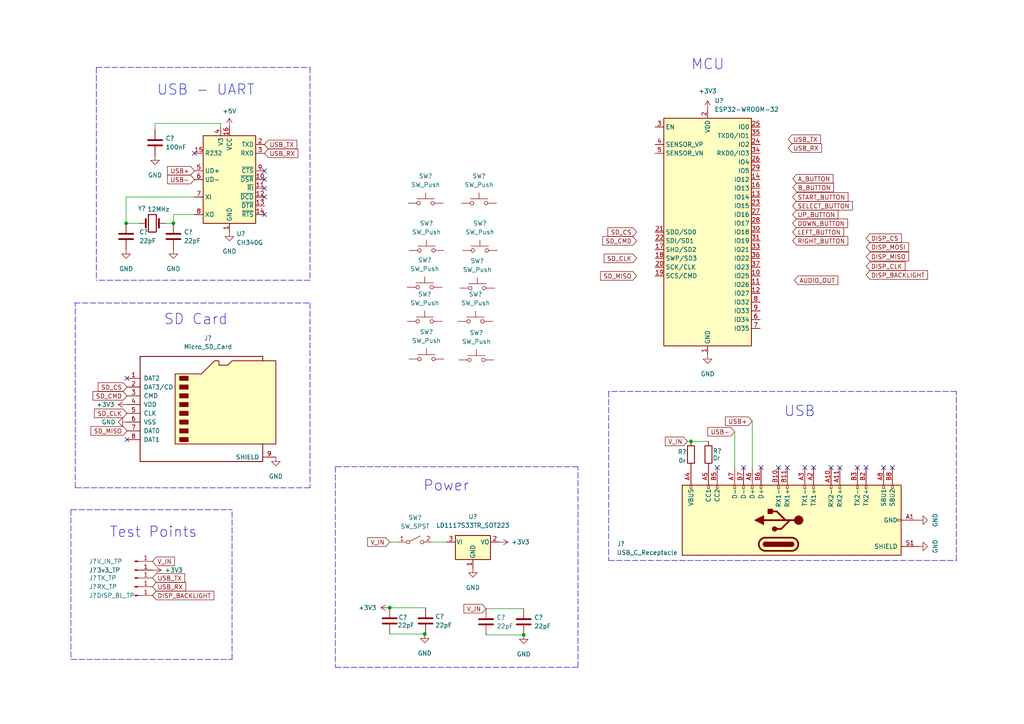
<source format=kicad_sch>
(kicad_sch (version 20211123) (generator eeschema)
  (paper "A4")
  (lib_symbols
    (symbol "Connector:Conn_01x01_Male" (pin_names (offset 1.016) hide)
      (property "Reference" "J" (at 0 2.54 0))
      (property "Value" "Conn_01x01_Male" (at 0 -2.54 0))
      (symbol "Conn_01x01_Male_1_1"
        (polyline (pts (xy 1.27 0) (xy 0.8636 0)) (stroke (width 0.1524)))
        (rectangle (start 0.8636 0.127) (end 0 -0.127) (stroke (width 0.1524)) (fill (type outline)))
        (pin passive line (at 5.08 0 180) (length 3.81) (name "Pin_1") (number "1"))
      )
    )
    (symbol "Connector:Micro_SD_Card" (pin_names (offset 1.016))
      (property "Reference" "J" (at -16.51 15.24 0))
      (property "Value" "Micro_SD_Card" (at 16.51 15.24 0))
      (symbol "Micro_SD_Card_0_1"
        (rectangle (start -7.62 -9.525) (end -5.08 -10.795) (fill (type outline)))
        (rectangle (start -7.62 -6.985) (end -5.08 -8.255) (fill (type outline)))
        (rectangle (start -7.62 -4.445) (end -5.08 -5.715) (fill (type outline)))
        (rectangle (start -7.62 -1.905) (end -5.08 -3.175) (fill (type outline)))
        (rectangle (start -7.62 0.635) (end -5.08 -0.635) (fill (type outline)))
        (rectangle (start -7.62 3.175) (end -5.08 1.905) (fill (type outline)))
        (rectangle (start -7.62 5.715) (end -5.08 4.445) (fill (type outline)))
        (rectangle (start -7.62 8.255) (end -5.08 6.985) (fill (type outline)))
        (polyline (pts (xy 16.51 12.7) (xy 16.51 13.97) (xy -19.05 13.97) (xy -19.05 -16.51) (xy 16.51 -16.51) (xy 16.51 -11.43)) (stroke (width 0.254)))
        (polyline (pts (xy -8.89 -11.43) (xy -8.89 8.89) (xy -1.27 8.89) (xy 2.54 12.7) (xy 3.81 12.7) (xy 3.81 11.43) (xy 6.35 11.43) (xy 7.62 12.7) (xy 20.32 12.7) (xy 20.32 -11.43) (xy -8.89 -11.43)) (stroke (width 0.254)) (fill (type background)))
      )
      (symbol "Micro_SD_Card_1_1"
        (pin bidirectional line (at -22.86 7.62 0) (length 3.81) (name "DAT2") (number "1"))
        (pin bidirectional line (at -22.86 5.08 0) (length 3.81) (name "DAT3/CD") (number "2"))
        (pin input line (at -22.86 2.54 0) (length 3.81) (name "CMD") (number "3"))
        (pin power_in line (at -22.86 0 0) (length 3.81) (name "VDD") (number "4"))
        (pin input line (at -22.86 -2.54 0) (length 3.81) (name "CLK") (number "5"))
        (pin power_in line (at -22.86 -5.08 0) (length 3.81) (name "VSS") (number "6"))
        (pin bidirectional line (at -22.86 -7.62 0) (length 3.81) (name "DAT0") (number "7"))
        (pin bidirectional line (at -22.86 -10.16 0) (length 3.81) (name "DAT1") (number "8"))
        (pin passive line (at 20.32 -15.24 180) (length 3.81) (name "SHIELD") (number "9"))
      )
    )
    (symbol "Connector:USB_C_Receptacle" (pin_names (offset 1.016))
      (property "Reference" "J" (at -10.16 29.21 0))
      (property "Value" "USB_C_Receptacle" (at 10.16 29.21 0))
      (symbol "USB_C_Receptacle_0_0"
        (rectangle (start -0.254 -35.56) (end 0.254 -34.544))
        (rectangle (start 10.16 -32.766) (end 9.144 -33.274))
        (rectangle (start 10.16 -30.226) (end 9.144 -30.734))
        (rectangle (start 10.16 -25.146) (end 9.144 -25.654))
        (rectangle (start 10.16 -22.606) (end 9.144 -23.114))
        (rectangle (start 10.16 -17.526) (end 9.144 -18.034))
        (rectangle (start 10.16 -14.986) (end 9.144 -15.494))
        (rectangle (start 10.16 -9.906) (end 9.144 -10.414))
        (rectangle (start 10.16 -7.366) (end 9.144 -7.874))
        (rectangle (start 10.16 -2.286) (end 9.144 -2.794))
        (rectangle (start 10.16 0.254) (end 9.144 -0.254))
        (rectangle (start 10.16 5.334) (end 9.144 4.826))
        (rectangle (start 10.16 7.874) (end 9.144 7.366))
        (rectangle (start 10.16 10.414) (end 9.144 9.906))
        (rectangle (start 10.16 12.954) (end 9.144 12.446))
        (rectangle (start 10.16 18.034) (end 9.144 17.526))
        (rectangle (start 10.16 20.574) (end 9.144 20.066))
        (rectangle (start 10.16 25.654) (end 9.144 25.146))
      )
      (symbol "USB_C_Receptacle_0_1"
        (rectangle (start -10.16 27.94) (end 10.16 -35.56) (stroke (width 0.254)) (fill (type background)))
        (arc (start -8.89 -3.81) (mid -6.985 -5.715) (end -5.08 -3.81) (stroke (width 0.508)))
        (arc (start -7.62 -3.81) (mid -6.985 -4.445) (end -6.35 -3.81) (stroke (width 0.254)))
        (arc (start -7.62 -3.81) (mid -6.985 -4.445) (end -6.35 -3.81) (stroke (width 0.254)) (fill (type outline)))
        (rectangle (start -7.62 -3.81) (end -6.35 3.81) (stroke (width 0.254)) (fill (type outline)))
        (arc (start -6.35 3.81) (mid -6.985 4.445) (end -7.62 3.81) (stroke (width 0.254)))
        (arc (start -6.35 3.81) (mid -6.985 4.445) (end -7.62 3.81) (stroke (width 0.254)) (fill (type outline)))
        (arc (start -5.08 3.81) (mid -6.985 5.715) (end -8.89 3.81) (stroke (width 0.508)))
        (polyline (pts (xy -8.89 -3.81) (xy -8.89 3.81)) (stroke (width 0.508)))
        (polyline (pts (xy -5.08 3.81) (xy -5.08 -3.81)) (stroke (width 0.508)))
      )
      (symbol "USB_C_Receptacle_1_1"
        (circle (center -2.54 1.143) (radius 0.635) (stroke (width 0.254)) (fill (type outline)))
        (circle (center 0 -5.842) (radius 1.27) (fill (type outline)))
        (polyline (pts (xy 0 -5.842) (xy 0 4.318)) (stroke (width 0.508)))
        (polyline (pts (xy 0 -3.302) (xy -2.54 -0.762) (xy -2.54 0.508)) (stroke (width 0.508)))
        (polyline (pts (xy 0 -2.032) (xy 2.54 0.508) (xy 2.54 1.778)) (stroke (width 0.508)))
        (polyline (pts (xy -1.27 4.318) (xy 0 6.858) (xy 1.27 4.318) (xy -1.27 4.318)) (stroke (width 0.254)) (fill (type outline)))
        (rectangle (start 1.905 1.778) (end 3.175 3.048) (stroke (width 0.254)) (fill (type outline)))
        (pin passive line (at 0 -40.64 90) (length 5.08) (name "GND") (number "A1"))
        (pin bidirectional line (at 15.24 -15.24 180) (length 5.08) (name "RX2-") (number "A10"))
        (pin bidirectional line (at 15.24 -17.78 180) (length 5.08) (name "RX2+") (number "A11"))
        (pin passive line (at 0 -40.64 90) (length 5.08) hide (name "GND") (number "A12"))
        (pin bidirectional line (at 15.24 -10.16 180) (length 5.08) (name "TX1+") (number "A2"))
        (pin bidirectional line (at 15.24 -7.62 180) (length 5.08) (name "TX1-") (number "A3"))
        (pin passive line (at 15.24 25.4 180) (length 5.08) (name "VBUS") (number "A4"))
        (pin bidirectional line (at 15.24 20.32 180) (length 5.08) (name "CC1") (number "A5"))
        (pin bidirectional line (at 15.24 7.62 180) (length 5.08) (name "D+") (number "A6"))
        (pin bidirectional line (at 15.24 12.7 180) (length 5.08) (name "D-") (number "A7"))
        (pin bidirectional line (at 15.24 -30.48 180) (length 5.08) (name "SBU1") (number "A8"))
        (pin passive line (at 15.24 25.4 180) (length 5.08) hide (name "VBUS") (number "A9"))
        (pin passive line (at 0 -40.64 90) (length 5.08) hide (name "GND") (number "B1"))
        (pin bidirectional line (at 15.24 0 180) (length 5.08) (name "RX1-") (number "B10"))
        (pin bidirectional line (at 15.24 -2.54 180) (length 5.08) (name "RX1+") (number "B11"))
        (pin passive line (at 0 -40.64 90) (length 5.08) hide (name "GND") (number "B12"))
        (pin bidirectional line (at 15.24 -25.4 180) (length 5.08) (name "TX2+") (number "B2"))
        (pin bidirectional line (at 15.24 -22.86 180) (length 5.08) (name "TX2-") (number "B3"))
        (pin passive line (at 15.24 25.4 180) (length 5.08) hide (name "VBUS") (number "B4"))
        (pin bidirectional line (at 15.24 17.78 180) (length 5.08) (name "CC2") (number "B5"))
        (pin bidirectional line (at 15.24 5.08 180) (length 5.08) (name "D+") (number "B6"))
        (pin bidirectional line (at 15.24 10.16 180) (length 5.08) (name "D-") (number "B7"))
        (pin bidirectional line (at 15.24 -33.02 180) (length 5.08) (name "SBU2") (number "B8"))
        (pin passive line (at 15.24 25.4 180) (length 5.08) hide (name "VBUS") (number "B9"))
        (pin passive line (at -7.62 -40.64 90) (length 5.08) (name "SHIELD") (number "S1"))
      )
    )
    (symbol "Device:C" (pin_numbers hide) (pin_names (offset 0.254))
      (property "Reference" "C" (at 0.635 2.54 0))
      (property "Value" "C" (at 0.635 -2.54 0))
      (symbol "C_0_1"
        (polyline (pts (xy -2.032 -0.762) (xy 2.032 -0.762)) (stroke (width 0.508)))
        (polyline (pts (xy -2.032 0.762) (xy 2.032 0.762)) (stroke (width 0.508)))
      )
      (symbol "C_1_1"
        (pin passive line (at 0 3.81 270) (length 2.794) (name "~") (number "1"))
        (pin passive line (at 0 -3.81 90) (length 2.794) (name "~") (number "2"))
      )
    )
    (symbol "Device:Crystal" (pin_numbers hide) (pin_names (offset 1.016) hide)
      (property "Reference" "Y" (at 0 3.81 0))
      (property "Value" "Crystal" (at 0 -3.81 0))
      (symbol "Crystal_0_1"
        (rectangle (start -1.143 2.54) (end 1.143 -2.54) (stroke (width 0.3048)))
        (polyline (pts (xy -2.54 0) (xy -1.905 0)))
        (polyline (pts (xy -1.905 -1.27) (xy -1.905 1.27)) (stroke (width 0.508)))
        (polyline (pts (xy 1.905 -1.27) (xy 1.905 1.27)) (stroke (width 0.508)))
        (polyline (pts (xy 2.54 0) (xy 1.905 0)))
      )
      (symbol "Crystal_1_1"
        (pin passive line (at -3.81 0 0) (length 1.27) (name "1") (number "1"))
        (pin passive line (at 3.81 0 180) (length 1.27) (name "2") (number "2"))
      )
    )
    (symbol "Device:R" (pin_numbers hide) (pin_names (offset 0))
      (property "Reference" "R" (at 2.032 0 90))
      (property "Value" "R" (at 0 0 90))
      (symbol "R_0_1"
        (rectangle (start -1.016 -2.54) (end 1.016 2.54) (stroke (width 0.254)))
      )
      (symbol "R_1_1"
        (pin passive line (at 0 3.81 270) (length 1.27) (name "~") (number "1"))
        (pin passive line (at 0 -3.81 90) (length 1.27) (name "~") (number "2"))
      )
    )
    (symbol "Interface_USB:CH340G"
      (property "Reference" "U" (at -5.08 13.97 0))
      (property "Value" "CH340G" (at 1.27 13.97 0))
      (symbol "CH340G_0_1"
        (rectangle (start -7.62 12.7) (end 7.62 -12.7) (stroke (width 0.254)) (fill (type background)))
      )
      (symbol "CH340G_1_1"
        (pin power_in line (at 0 -15.24 90) (length 2.54) (name "GND") (number "1"))
        (pin input line (at 10.16 0 180) (length 2.54) (name "~{DSR}") (number "10"))
        (pin input line (at 10.16 -2.54 180) (length 2.54) (name "~{RI}") (number "11"))
        (pin input line (at 10.16 -5.08 180) (length 2.54) (name "~{DCD}") (number "12"))
        (pin output line (at 10.16 -7.62 180) (length 2.54) (name "~{DTR}") (number "13"))
        (pin output line (at 10.16 -10.16 180) (length 2.54) (name "~{RTS}") (number "14"))
        (pin input line (at -10.16 7.62 0) (length 2.54) (name "R232") (number "15"))
        (pin power_in line (at 0 15.24 270) (length 2.54) (name "VCC") (number "16"))
        (pin output line (at 10.16 10.16 180) (length 2.54) (name "TXD") (number "2"))
        (pin input line (at 10.16 7.62 180) (length 2.54) (name "RXD") (number "3"))
        (pin passive line (at -2.54 15.24 270) (length 2.54) (name "V3") (number "4"))
        (pin bidirectional line (at -10.16 2.54 0) (length 2.54) (name "UD+") (number "5"))
        (pin bidirectional line (at -10.16 0 0) (length 2.54) (name "UD-") (number "6"))
        (pin input line (at -10.16 -5.08 0) (length 2.54) (name "XI") (number "7"))
        (pin output line (at -10.16 -10.16 0) (length 2.54) (name "XO") (number "8"))
        (pin input line (at 10.16 2.54 180) (length 2.54) (name "~{CTS}") (number "9"))
      )
    )
    (symbol "RF_Module:ESP32-WROOM-32"
      (property "Reference" "U" (at -12.7 34.29 0))
      (property "Value" "ESP32-WROOM-32" (at 1.27 34.29 0))
      (symbol "ESP32-WROOM-32_0_1"
        (rectangle (start -12.7 33.02) (end 12.7 -33.02) (stroke (width 0.254)) (fill (type background)))
      )
      (symbol "ESP32-WROOM-32_1_1"
        (pin power_in line (at 0 -35.56 90) (length 2.54) (name "GND") (number "1"))
        (pin bidirectional line (at 15.24 -12.7 180) (length 2.54) (name "IO25") (number "10"))
        (pin bidirectional line (at 15.24 -15.24 180) (length 2.54) (name "IO26") (number "11"))
        (pin bidirectional line (at 15.24 -17.78 180) (length 2.54) (name "IO27") (number "12"))
        (pin bidirectional line (at 15.24 10.16 180) (length 2.54) (name "IO14") (number "13"))
        (pin bidirectional line (at 15.24 15.24 180) (length 2.54) (name "IO12") (number "14"))
        (pin passive line (at 0 -35.56 90) (length 2.54) hide (name "GND") (number "15"))
        (pin bidirectional line (at 15.24 12.7 180) (length 2.54) (name "IO13") (number "16"))
        (pin bidirectional line (at -15.24 -5.08 0) (length 2.54) (name "SHD/SD2") (number "17"))
        (pin bidirectional line (at -15.24 -7.62 0) (length 2.54) (name "SWP/SD3") (number "18"))
        (pin bidirectional line (at -15.24 -12.7 0) (length 2.54) (name "SCS/CMD") (number "19"))
        (pin power_in line (at 0 35.56 270) (length 2.54) (name "VDD") (number "2"))
        (pin bidirectional line (at -15.24 -10.16 0) (length 2.54) (name "SCK/CLK") (number "20"))
        (pin bidirectional line (at -15.24 0 0) (length 2.54) (name "SDO/SD0") (number "21"))
        (pin bidirectional line (at -15.24 -2.54 0) (length 2.54) (name "SDI/SD1") (number "22"))
        (pin bidirectional line (at 15.24 7.62 180) (length 2.54) (name "IO15") (number "23"))
        (pin bidirectional line (at 15.24 25.4 180) (length 2.54) (name "IO2") (number "24"))
        (pin bidirectional line (at 15.24 30.48 180) (length 2.54) (name "IO0") (number "25"))
        (pin bidirectional line (at 15.24 20.32 180) (length 2.54) (name "IO4") (number "26"))
        (pin bidirectional line (at 15.24 5.08 180) (length 2.54) (name "IO16") (number "27"))
        (pin bidirectional line (at 15.24 2.54 180) (length 2.54) (name "IO17") (number "28"))
        (pin bidirectional line (at 15.24 17.78 180) (length 2.54) (name "IO5") (number "29"))
        (pin input line (at -15.24 30.48 0) (length 2.54) (name "EN") (number "3"))
        (pin bidirectional line (at 15.24 0 180) (length 2.54) (name "IO18") (number "30"))
        (pin bidirectional line (at 15.24 -2.54 180) (length 2.54) (name "IO19") (number "31"))
        (pin no_connect line (at -12.7 -27.94 0) (length 2.54) hide (name "NC") (number "32"))
        (pin bidirectional line (at 15.24 -5.08 180) (length 2.54) (name "IO21") (number "33"))
        (pin bidirectional line (at 15.24 22.86 180) (length 2.54) (name "RXD0/IO3") (number "34"))
        (pin bidirectional line (at 15.24 27.94 180) (length 2.54) (name "TXD0/IO1") (number "35"))
        (pin bidirectional line (at 15.24 -7.62 180) (length 2.54) (name "IO22") (number "36"))
        (pin bidirectional line (at 15.24 -10.16 180) (length 2.54) (name "IO23") (number "37"))
        (pin passive line (at 0 -35.56 90) (length 2.54) hide (name "GND") (number "38"))
        (pin passive line (at 0 -35.56 90) (length 2.54) hide (name "GND") (number "39"))
        (pin input line (at -15.24 25.4 0) (length 2.54) (name "SENSOR_VP") (number "4"))
        (pin input line (at -15.24 22.86 0) (length 2.54) (name "SENSOR_VN") (number "5"))
        (pin input line (at 15.24 -25.4 180) (length 2.54) (name "IO34") (number "6"))
        (pin input line (at 15.24 -27.94 180) (length 2.54) (name "IO35") (number "7"))
        (pin bidirectional line (at 15.24 -20.32 180) (length 2.54) (name "IO32") (number "8"))
        (pin bidirectional line (at 15.24 -22.86 180) (length 2.54) (name "IO33") (number "9"))
      )
    )
    (symbol "Regulator_Linear:LD1117S33TR_SOT223" (pin_names (offset 0.254))
      (property "Reference" "U" (at -3.81 3.175 0))
      (property "Value" "LD1117S33TR_SOT223" (at 0 3.175 0))
      (symbol "LD1117S33TR_SOT223_0_1"
        (rectangle (start -5.08 -5.08) (end 5.08 1.905) (stroke (width 0.254)) (fill (type background)))
      )
      (symbol "LD1117S33TR_SOT223_1_1"
        (pin power_in line (at 0 -7.62 90) (length 2.54) (name "GND") (number "1"))
        (pin power_out line (at 7.62 0 180) (length 2.54) (name "VO") (number "2"))
        (pin power_in line (at -7.62 0 0) (length 2.54) (name "VI") (number "3"))
      )
    )
    (symbol "Switch:SW_Push" (pin_numbers hide) (pin_names (offset 1.016) hide)
      (property "Reference" "SW" (at 1.27 2.54 0))
      (property "Value" "SW_Push" (at 0 -1.524 0))
      (symbol "SW_Push_0_1"
        (circle (center -2.032 0) (radius 0.508))
        (polyline (pts (xy 0 1.27) (xy 0 3.048)))
        (polyline (pts (xy 2.54 1.27) (xy -2.54 1.27)))
        (circle (center 2.032 0) (radius 0.508))
        (pin passive line (at -5.08 0 0) (length 2.54) (name "1") (number "1"))
        (pin passive line (at 5.08 0 180) (length 2.54) (name "2") (number "2"))
      )
    )
    (symbol "Switch:SW_SPST" (pin_names (offset 0) hide)
      (property "Reference" "SW" (at 0 3.175 0))
      (property "Value" "SW_SPST" (at 0 -2.54 0))
      (symbol "SW_SPST_0_0"
        (circle (center -2.032 0) (radius 0.508))
        (polyline (pts (xy -1.524 0.254) (xy 1.524 1.778)))
        (circle (center 2.032 0) (radius 0.508))
      )
      (symbol "SW_SPST_1_1"
        (pin passive line (at -5.08 0 0) (length 2.54) (name "A") (number "1"))
        (pin passive line (at 5.08 0 180) (length 2.54) (name "B") (number "2"))
      )
    )
    (symbol "power:+3.3V" (power) (pin_names (offset 0))
      (property "Value" "+3.3V" (at 0 3.556 0))
      (symbol "+3.3V_0_1"
        (polyline (pts (xy -0.762 1.27) (xy 0 2.54)))
        (polyline (pts (xy 0 0) (xy 0 2.54)))
        (polyline (pts (xy 0 2.54) (xy 0.762 1.27)))
      )
      (symbol "+3.3V_1_1"
        (pin power_in line (at 0 0 90) (length 0) hide (name "+3V3") (number "1"))
      )
    )
    (symbol "power:+5V" (power) (pin_names (offset 0))
      (property "Value" "+5V" (at 0 3.556 0))
      (symbol "+5V_0_1"
        (polyline (pts (xy -0.762 1.27) (xy 0 2.54)))
        (polyline (pts (xy 0 0) (xy 0 2.54)))
        (polyline (pts (xy 0 2.54) (xy 0.762 1.27)))
      )
      (symbol "+5V_1_1"
        (pin power_in line (at 0 0 90) (length 0) hide (name "+5V") (number "1"))
      )
    )
    (symbol "power:GND" (power) (pin_names (offset 0))
      (property "Value" "GND" (at 0 -3.81 0))
      (symbol "GND_0_1"
        (polyline (pts (xy 0 0) (xy 0 -1.27) (xy 1.27 -1.27) (xy 0 -2.54) (xy -1.27 -1.27) (xy 0 -1.27)))
      )
      (symbol "GND_1_1"
        (pin power_in line (at 0 0 270) (length 0) hide (name "GND") (number "1"))
      )
    )
  )
  (junction (at 36.576 64.77))
  (junction (at 50.292 64.77))
  (junction (at 151.892 184.15))
  (junction (at 200.406 128.016))
  (junction (at 123.19 183.896))
  (junction (at 113.03 176.276))
  (no_connect (at 258.826 135.636))
  (no_connect (at 256.286 135.636))
  (no_connect (at 76.708 49.53))
  (no_connect (at 76.708 52.07))
  (no_connect (at 76.708 62.23))
  (no_connect (at 76.708 57.15))
  (no_connect (at 76.708 54.61))
  (no_connect (at 251.206 135.636))
  (no_connect (at 248.666 135.636))
  (no_connect (at 243.586 135.636))
  (no_connect (at 241.046 135.636))
  (no_connect (at 235.966 135.636))
  (no_connect (at 233.426 135.636))
  (no_connect (at 228.346 135.636))
  (no_connect (at 225.806 135.636))
  (no_connect (at 56.388 44.45))
  (no_connect (at 215.646 135.636))
  (no_connect (at 220.726 135.636))
  (no_connect (at 36.83 127.508))
  (no_connect (at 36.83 109.728))
  (no_connect (at 208.026 135.636))
  (polyline (pts (xy 21.844 141.478) (xy 21.844 87.884)))
  (polyline (pts (xy 20.574 191.262) (xy 67.31 191.262)))
  (polyline (pts (xy 277.368 162.56) (xy 277.368 113.538)))
  (wire (pts (xy 199.39 128.016) (xy 200.406 128.016)))
  (wire (pts (xy 140.97 176.53) (xy 151.892 176.53)))
  (wire (pts (xy 218.186 122.174) (xy 218.186 135.636)))
  (wire (pts (xy 213.106 135.636) (xy 213.106 125.222)))
  (wire (pts (xy 44.958 35.814) (xy 64.008 35.814)))
  (polyline (pts (xy 277.368 113.538) (xy 176.53 113.538)))
  (wire (pts (xy 36.576 64.77) (xy 36.576 57.15)))
  (wire (pts (xy 113.03 183.896) (xy 123.19 183.896)))
  (wire (pts (xy 125.476 157.226) (xy 129.54 157.226)))
  (polyline (pts (xy 97.282 135.382) (xy 97.282 193.548)))
  (wire (pts (xy 36.576 64.77) (xy 40.386 64.77)))
  (wire (pts (xy 50.292 64.77) (xy 50.292 62.23)))
  (polyline (pts (xy 89.916 81.28) (xy 27.94 81.28)))
  (wire (pts (xy 64.008 35.814) (xy 64.008 36.83)))
  (polyline (pts (xy 27.94 19.558) (xy 89.916 19.558)))
  (polyline (pts (xy 89.916 19.558) (xy 89.916 81.28)))
  (wire (pts (xy 123.19 183.896) (xy 123.444 183.896)))
  (wire (pts (xy 50.292 62.23) (xy 56.388 62.23)))
  (polyline (pts (xy 97.282 193.548) (xy 167.64 193.548)))
  (polyline (pts (xy 20.574 147.828) (xy 67.31 147.828)))
  (polyline (pts (xy 20.574 147.828) (xy 20.574 191.262)))
  (polyline (pts (xy 176.53 113.538) (xy 176.53 162.56)))
  (polyline (pts (xy 89.916 87.884) (xy 89.916 141.478)))
  (polyline (pts (xy 167.64 135.382) (xy 97.282 135.382)))
  (wire (pts (xy 44.958 37.592) (xy 44.958 35.814)))
  (wire (pts (xy 48.006 64.77) (xy 50.292 64.77)))
  (polyline (pts (xy 21.59 87.884) (xy 89.916 87.884)))
  (polyline (pts (xy 167.64 193.548) (xy 167.64 135.382)))
  (wire (pts (xy 113.03 157.226) (xy 115.316 157.226)))
  (wire (pts (xy 200.406 128.016) (xy 205.486 128.016)))
  (polyline (pts (xy 67.31 191.262) (xy 67.31 147.828)))
  (wire (pts (xy 140.97 184.15) (xy 151.892 184.15)))
  (wire (pts (xy 113.03 176.276) (xy 123.444 176.276)))
  (polyline (pts (xy 89.916 141.478) (xy 21.844 141.478)))
  (wire (pts (xy 36.576 57.15) (xy 56.388 57.15)))
  (polyline (pts (xy 27.94 19.558) (xy 27.94 81.28)))
  (polyline (pts (xy 176.53 162.56) (xy 277.368 162.56)))
  (text "USB" (at 227.33 121.158 0) (effects (font (size 3 3)) (justify left bottom)))
  (text "Test Points\n" (at 31.75 156.21 0) (effects (font (size 3 3)) (justify left bottom)))
  (text "SD Card" (at 47.498 94.488 0) (effects (font (size 3 3)) (justify left bottom)))
  (text "USB - UART" (at 45.466 27.94 0) (effects (font (size 3 3)) (justify left bottom)))
  (text "Power" (at 122.682 142.748 0) (effects (font (size 3 3)) (justify left bottom)))
  (text "MCU" (at 200.406 20.574 0) (effects (font (size 3 3)) (justify left bottom)))
  (global_label "DISP_MOSI" (shape input) (at 251.206 71.628 0) (property "Intersheet References" "${INTERSHEET_REFS}" (effects hide)))
  (global_label "START_BUTTON" (shape input) (at 229.87 57.15 0) (property "Intersheet References" "${INTERSHEET_REFS}" (effects hide)))
  (global_label "DOWN_BUTTON" (shape input) (at 229.87 64.77 0) (property "Intersheet References" "${INTERSHEET_REFS}" (effects hide)))
  (global_label "SELECT_BUTTON" (shape input) (at 229.87 59.69 0) (property "Intersheet References" "${INTERSHEET_REFS}" (effects hide)))
  (global_label "SD_CLK" (shape input) (at 36.83 119.888 180) (property "Intersheet References" "${INTERSHEET_REFS}" (effects hide)))
  (global_label "B_BUTTON" (shape input) (at 229.9259 54.3818 0) (property "Intersheet References" "${INTERSHEET_REFS}" (effects hide)))
  (global_label "SD_MISO" (shape input) (at 184.658 80.01 180) (property "Intersheet References" "${INTERSHEET_REFS}" (effects hide)))
  (global_label "SD_CS" (shape input) (at 184.658 67.31 180) (property "Intersheet References" "${INTERSHEET_REFS}" (effects hide)))
  (global_label "SD_CMD" (shape input) (at 36.83 114.808 180) (property "Intersheet References" "${INTERSHEET_REFS}" (effects hide)))
  (global_label "UP_BUTTON" (shape input) (at 229.87 62.23 0) (property "Intersheet References" "${INTERSHEET_REFS}" (effects hide)))
  (global_label "DISP_CLK" (shape input) (at 251.206 77.216 0) (property "Intersheet References" "${INTERSHEET_REFS}" (effects hide)))
  (global_label "AUDIO_OUT" (shape input) (at 230.378 81.28 0) (property "Intersheet References" "${INTERSHEET_REFS}" (effects hide)))
  (global_label "USB-" (shape input) (at 213.106 125.222 180) (property "Intersheet References" "${INTERSHEET_REFS}" (effects hide)))
  (global_label "V_IN" (shape input) (at 199.39 128.016 180) (property "Intersheet References" "${INTERSHEET_REFS}" (effects hide)))
  (global_label "RIGHT_BUTTON" (shape input) (at 229.87 69.85 0) (property "Intersheet References" "${INTERSHEET_REFS}" (effects hide)))
  (global_label "USB+" (shape input) (at 218.186 122.174 180) (property "Intersheet References" "${INTERSHEET_REFS}" (effects hide)))
  (global_label "USB_RX" (shape input) (at 228.6 42.926 0) (property "Intersheet References" "${INTERSHEET_REFS}" (effects hide)))
  (global_label "USB_TX" (shape input) (at 44.196 167.64 0) (property "Intersheet References" "${INTERSHEET_REFS}" (effects hide)))
  (global_label "V_IN" (shape input) (at 44.196 162.814 0) (property "Intersheet References" "${INTERSHEET_REFS}" (effects hide)))
  (global_label "SD_CS" (shape input) (at 36.83 112.268 180) (property "Intersheet References" "${INTERSHEET_REFS}" (effects hide)))
  (global_label "LEFT_BUTTON" (shape input) (at 229.87 67.31 0) (property "Intersheet References" "${INTERSHEET_REFS}" (effects hide)))
  (global_label "DISP_MISO" (shape input) (at 251.206 74.422 0) (property "Intersheet References" "${INTERSHEET_REFS}" (effects hide)))
  (global_label "USB_TX" (shape input) (at 76.708 41.91 0) (property "Intersheet References" "${INTERSHEET_REFS}" (effects hide)))
  (global_label "USB_TX" (shape input) (at 228.6 40.386 0) (property "Intersheet References" "${INTERSHEET_REFS}" (effects hide)))
  (global_label "SD_MISO" (shape input) (at 36.83 124.968 180) (property "Intersheet References" "${INTERSHEET_REFS}" (effects hide)))
  (global_label "USB_RX" (shape input) (at 76.708 44.45 0) (property "Intersheet References" "${INTERSHEET_REFS}" (effects hide)))
  (global_label "SD_CMD" (shape input) (at 184.658 69.85 180) (property "Intersheet References" "${INTERSHEET_REFS}" (effects hide)))
  (global_label "V_IN" (shape input) (at 113.03 157.226 180) (property "Intersheet References" "${INTERSHEET_REFS}" (effects hide)))
  (global_label "USB+" (shape input) (at 56.388 49.53 180) (property "Intersheet References" "${INTERSHEET_REFS}" (effects hide)))
  (global_label "SD_CLK" (shape input) (at 184.658 74.93 180) (property "Intersheet References" "${INTERSHEET_REFS}" (effects hide)))
  (global_label "DISP_BACKLIGHT" (shape input) (at 44.196 172.72 0) (property "Intersheet References" "${INTERSHEET_REFS}" (effects hide)))
  (global_label "V_IN" (shape input) (at 140.97 176.53 180) (property "Intersheet References" "${INTERSHEET_REFS}" (effects hide)))
  (global_label "USB_RX" (shape input) (at 44.196 170.18 0) (property "Intersheet References" "${INTERSHEET_REFS}" (effects hide)))
  (global_label "DISP_BACKLIGHT" (shape input) (at 251.206 79.756 0) (property "Intersheet References" "${INTERSHEET_REFS}" (effects hide)))
  (global_label "DISP_CS" (shape input) (at 251.206 69.088 0) (property "Intersheet References" "${INTERSHEET_REFS}" (effects hide)))
  (global_label "USB-" (shape input) (at 56.388 52.07 180) (property "Intersheet References" "${INTERSHEET_REFS}" (effects hide)))
  (global_label "A_BUTTON" (shape input) (at 229.9259 51.8418 0) (property "Intersheet References" "${INTERSHEET_REFS}" (effects hide)))
  (symbol (lib_id "power:GND") (at 137.16 164.846 0) (unit 1)
    (property "Reference" "#PWR?" (effects hide))
    (property "Value" "GND" (at 137.16 170.434 0))
  )
  (symbol (lib_id "power:GND") (at 66.548 67.31 0) (unit 1)
    (property "Reference" "#PWR?" (effects hide))
    (property "Value" "GND" (at 66.548 72.898 0))
  )
  (symbol (lib_id "power:GND") (at 123.19 183.896 0) (unit 1)
    (property "Reference" "#PWR?" (effects hide))
    (property "Value" "GND" (at 123.19 189.484 0))
  )
  (symbol (lib_id "Device:R") (at 205.486 131.826 180) (unit 1)
    (property "Reference" "R?" (at 208.026 130.81 0))
    (property "Value" "0r" (at 207.772 132.842 0))
  )
  (symbol (lib_id "power:+3.3V") (at 36.83 117.348 90) (unit 1)
    (property "Reference" "#PWR?" (effects hide))
    (property "Value" "+3.3V" (at 27.94 117.348 90) (effects (justify right)))
  )
  (symbol (lib_id "Connector:USB_C_Receptacle") (at 225.806 150.876 90) (unit 1)
    (property "Reference" "J?" (at 180.086 157.734 90))
    (property "Value" "USB_C_Receptacle" (at 187.706 160.274 90))
    (property "Footprint" "Connector_USB:USB_C_Receptacle_Amphenol_12401548E4-2A" (effects hide))
    (property "Datasheet" "https://www.usb.org/sites/default/files/documents/usb_type-c.zip" (effects hide))
  )
  (symbol (lib_id "Device:C") (at 113.03 180.086 0) (unit 1)
    (property "Reference" "C?" (at 115.57 179.07 0) (effects (justify left)))
    (property "Value" "22pF" (at 115.316 181.356 0) (effects (justify left)))
  )
  (symbol (lib_id "Switch:SW_Push") (at 138.176 104.394 0) (unit 1)
    (property "Reference" "SW?" (at 138.176 96.52 0))
    (property "Value" "SW_Push" (at 138.176 99.06 0))
  )
  (symbol (lib_id "power:+3.3V") (at 113.03 176.276 90) (unit 1)
    (property "Reference" "#PWR?" (effects hide))
    (property "Value" "+3.3V" (at 109.22 176.2759 90) (effects (justify left)))
  )
  (symbol (lib_id "Device:R") (at 200.406 131.826 180) (unit 1)
    (property "Reference" "R?" (at 197.866 131.064 0))
    (property "Value" "0r" (at 197.866 133.604 0))
  )
  (symbol (lib_id "power:GND") (at 266.446 158.496 90) (unit 1)
    (property "Reference" "#PWR?" (effects hide))
    (property "Value" "GND" (at 271.272 158.496 0))
  )
  (symbol (lib_id "Connector:Micro_SD_Card") (at 59.69 117.348 0) (unit 1)
    (property "Reference" "J?" (at 60.325 98.044 0))
    (property "Value" "Micro_SD_Card" (at 60.325 100.584 0))
    (property "Footprint" "Connector_Card:microSD_HC_Wuerth_693072010801" (effects hide))
    (property "Datasheet" "http://katalog.we-online.de/em/datasheet/693072010801.pdf" (effects hide))
  )
  (symbol (lib_id "Switch:SW_Push") (at 138.43 83.566 0) (unit 1)
    (property "Reference" "SW?" (at 138.43 75.692 0))
    (property "Value" "SW_Push" (at 138.43 78.232 0))
  )
  (symbol (lib_id "power:GND") (at 80.01 132.588 0) (unit 1)
    (property "Reference" "#PWR?" (effects hide))
    (property "Value" "GND" (at 80.01 138.176 0))
  )
  (symbol (lib_id "Switch:SW_Push") (at 138.938 58.928 0) (unit 1)
    (property "Reference" "SW?" (at 138.938 51.054 0))
    (property "Value" "SW_Push" (at 138.938 53.594 0))
  )
  (symbol (lib_id "Device:C") (at 36.576 68.58 0) (unit 1)
    (property "Reference" "C?" (at 40.386 67.3099 0) (effects (justify left)))
    (property "Value" "22pF" (at 40.386 69.8499 0) (effects (justify left)))
  )
  (symbol (lib_id "Device:Crystal") (at 44.196 64.77 0) (unit 1)
    (property "Reference" "Y?" (at 41.148 60.452 0))
    (property "Value" "12MHz" (at 45.974 60.706 0))
  )
  (symbol (lib_id "power:GND") (at 266.446 150.876 90) (unit 1)
    (property "Reference" "#PWR?" (effects hide))
    (property "Value" "GND" (at 271.272 150.876 0))
  )
  (symbol (lib_id "RF_Module:ESP32-WROOM-32") (at 205.232 67.31 0) (unit 1)
    (property "Reference" "U?" (at 207.2514 29.21 0) (effects (justify left)))
    (property "Value" "ESP32-WROOM-32" (at 207.2514 31.75 0) (effects (justify left)))
    (property "Footprint" "RF_Module:ESP32-WROOM-32" (effects hide))
    (property "Datasheet" "https://www.espressif.com/sites/default/files/documentation/esp32-wroom-32_datasheet_en.pdf" (effects hide))
  )
  (symbol (lib_id "Switch:SW_Push") (at 123.444 58.928 0) (unit 1)
    (property "Reference" "SW?" (at 123.444 51.054 0))
    (property "Value" "SW_Push" (at 123.444 53.594 0))
  )
  (symbol (lib_id "Device:C") (at 151.892 180.34 0) (unit 1)
    (property "Reference" "C?" (at 154.94 179.07 0) (effects (justify left)))
    (property "Value" "22pF" (at 154.94 181.61 0) (effects (justify left)))
  )
  (symbol (lib_id "Switch:SW_Push") (at 139.192 72.644 0) (unit 1)
    (property "Reference" "SW?" (at 139.192 64.77 0))
    (property "Value" "SW_Push" (at 139.192 67.31 0))
  )
  (symbol (lib_id "power:+3.3V") (at 44.196 165.354 270) (unit 1)
    (property "Reference" "#PWR?" (effects hide))
    (property "Value" "+3.3V" (at 47.752 165.3539 90) (effects (justify left)))
  )
  (symbol (lib_id "Device:C") (at 123.444 180.086 0) (unit 1)
    (property "Reference" "C?" (at 126.238 178.816 0) (effects (justify left)))
    (property "Value" "22pF" (at 126.238 181.356 0) (effects (justify left)))
  )
  (symbol (lib_id "Device:C") (at 140.97 180.34 0) (unit 1)
    (property "Reference" "C?" (at 144.018 179.07 0) (effects (justify left)))
    (property "Value" "22pF" (at 144.018 181.61 0) (effects (justify left)))
  )
  (symbol (lib_id "Connector:Conn_01x01_Male") (at 39.116 162.814 0) (unit 1)
    (property "Reference" "J?" (at 26.924 162.814 0))
    (property "Value" "V_IN_TP" (at 31.75 162.814 0))
  )
  (symbol (lib_id "Switch:SW_SPST") (at 120.396 157.226 0) (unit 1)
    (property "Reference" "SW?" (at 120.396 150.114 0))
    (property "Value" "SW_SPST" (at 120.396 152.654 0))
  )
  (symbol (lib_id "Connector:Conn_01x01_Male") (at 39.116 165.354 0) (unit 1)
    (property "Reference" "J?" (at 26.924 165.354 0))
    (property "Value" "3v3_TP" (at 31.496 165.354 0))
  )
  (symbol (lib_id "Regulator_Linear:LD1117S33TR_SOT223") (at 137.16 157.226 0) (unit 1)
    (property "Reference" "U?" (at 137.16 149.86 0))
    (property "Value" "LD1117S33TR_SOT223" (at 137.16 152.4 0))
    (property "Footprint" "Package_TO_SOT_SMD:TO-252-2" (effects hide))
    (property "Datasheet" "http://www.st.com/st-web-ui/static/active/en/resource/technical/document/datasheet/CD00000544.pdf" (effects hide))
  )
  (symbol (lib_id "power:+3.3V") (at 144.78 157.226 270) (unit 1)
    (property "Reference" "#PWR?" (effects hide))
    (property "Value" "+3.3V" (at 148.336 157.2259 90) (effects (justify left)))
  )
  (symbol (lib_id "Connector:Conn_01x01_Male") (at 39.116 170.18 0) (unit 1)
    (property "Reference" "J?" (at 26.924 170.18 0))
    (property "Value" "RX_TP" (at 30.988 170.18 0))
  )
  (symbol (lib_id "power:GND") (at 50.292 72.39 0) (unit 1)
    (property "Reference" "#PWR?" (effects hide))
    (property "Value" "GND" (at 50.292 77.978 0))
  )
  (symbol (lib_id "power:+3.3V") (at 205.232 31.75 0) (unit 1)
    (property "Reference" "#PWR?" (effects hide))
    (property "Value" "+3.3V" (at 205.232 26.416 0))
  )
  (symbol (lib_id "Switch:SW_Push") (at 123.19 83.312 0) (unit 1)
    (property "Reference" "SW?" (at 123.19 75.438 0))
    (property "Value" "SW_Push" (at 123.19 77.978 0))
  )
  (symbol (lib_id "Switch:SW_Push") (at 123.698 72.644 0) (unit 1)
    (property "Reference" "SW?" (at 123.698 64.77 0))
    (property "Value" "SW_Push" (at 123.698 67.31 0))
  )
  (symbol (lib_id "Device:C") (at 44.958 41.402 0) (mirror y) (unit 1)
    (property "Reference" "C?" (at 48.006 40.1319 0) (effects (justify right)))
    (property "Value" "100nF" (at 48.006 42.6719 0) (effects (justify right)))
  )
  (symbol (lib_id "Switch:SW_Push") (at 137.922 93.218 0) (unit 1)
    (property "Reference" "SW?" (at 137.922 85.344 0))
    (property "Value" "SW_Push" (at 137.922 87.884 0))
  )
  (symbol (lib_id "power:GND") (at 205.232 102.87 0) (unit 1)
    (property "Reference" "#PWR?" (effects hide))
    (property "Value" "GND" (at 205.232 108.458 0))
  )
  (symbol (lib_id "Connector:Conn_01x01_Male") (at 39.116 172.72 0) (unit 1)
    (property "Reference" "J?" (at 26.924 172.72 0))
    (property "Value" "DISP_BL_TP" (at 33.528 172.72 0))
  )
  (symbol (lib_id "power:GND") (at 151.892 184.15 0) (unit 1)
    (property "Reference" "#PWR?" (effects hide))
    (property "Value" "GND" (at 151.892 189.738 0))
  )
  (symbol (lib_id "Switch:SW_Push") (at 123.19 93.218 0) (unit 1)
    (property "Reference" "SW?" (at 123.19 85.344 0))
    (property "Value" "SW_Push" (at 123.19 87.884 0))
  )
  (symbol (lib_id "power:GND") (at 44.958 45.212 0) (unit 1)
    (property "Reference" "#PWR?" (effects hide))
    (property "Value" "GND" (at 44.958 50.8 0))
  )
  (symbol (lib_id "power:GND") (at 36.576 72.39 0) (unit 1)
    (property "Reference" "#PWR?" (effects hide))
    (property "Value" "GND" (at 36.576 77.978 0))
  )
  (symbol (lib_id "Interface_USB:CH340G") (at 66.548 52.07 0) (unit 1)
    (property "Reference" "U?" (at 68.5674 67.818 0) (effects (justify left)))
    (property "Value" "CH340G" (at 68.5674 70.358 0) (effects (justify left)))
    (property "Footprint" "Package_SO:SOIC-16_3.9x9.9mm_P1.27mm" (effects hide))
    (property "Datasheet" "http://www.datasheet5.com/pdf-local-2195953" (effects hide))
  )
  (symbol (lib_id "power:GND") (at 36.83 122.428 270) (unit 1)
    (property "Reference" "#PWR?" (effects hide))
    (property "Value" "GND" (at 33.528 122.4279 90) (effects (justify right)))
  )
  (symbol (lib_id "power:+5V") (at 66.548 36.83 0) (unit 1)
    (property "Reference" "#PWR?" (effects hide))
    (property "Value" "+5V" (at 66.548 32.258 0))
  )
  (symbol (lib_id "Connector:Conn_01x01_Male") (at 39.116 167.64 0) (unit 1)
    (property "Reference" "J?" (at 26.924 167.64 0))
    (property "Value" "TX_TP" (at 30.988 167.64 0))
  )
  (symbol (lib_id "Device:C") (at 50.292 68.58 0) (mirror y) (unit 1)
    (property "Reference" "C?" (at 53.34 67.3099 0) (effects (justify right)))
    (property "Value" "22pF" (at 53.34 69.8499 0) (effects (justify right)))
  )
  (symbol (lib_id "Switch:SW_Push") (at 123.698 104.14 0) (unit 1)
    (property "Reference" "SW?" (at 123.698 96.266 0))
    (property "Value" "SW_Push" (at 123.698 98.806 0))
  )
)
</source>
